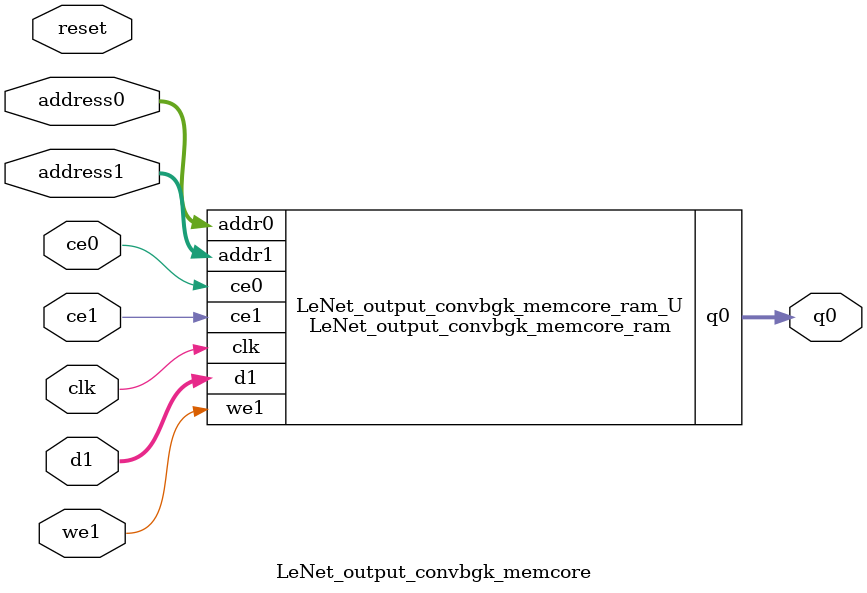
<source format=v>
`timescale 1 ns / 1 ps
module LeNet_output_convbgk_memcore_ram (addr0, ce0, q0, addr1, ce1, d1, we1,  clk);

parameter DWIDTH = 32;
parameter AWIDTH = 5;
parameter MEM_SIZE = 20;

input[AWIDTH-1:0] addr0;
input ce0;
output reg[DWIDTH-1:0] q0;
input[AWIDTH-1:0] addr1;
input ce1;
input[DWIDTH-1:0] d1;
input we1;
input clk;

(* ram_style = "distributed" *)reg [DWIDTH-1:0] ram[0:MEM_SIZE-1];




always @(posedge clk)  
begin 
    if (ce0) 
    begin
        q0 <= ram[addr0];
    end
end


always @(posedge clk)  
begin 
    if (ce1) 
    begin
        if (we1) 
        begin 
            ram[addr1] <= d1; 
        end 
    end
end


endmodule

`timescale 1 ns / 1 ps
module LeNet_output_convbgk_memcore(
    reset,
    clk,
    address0,
    ce0,
    q0,
    address1,
    ce1,
    we1,
    d1);

parameter DataWidth = 32'd32;
parameter AddressRange = 32'd20;
parameter AddressWidth = 32'd5;
input reset;
input clk;
input[AddressWidth - 1:0] address0;
input ce0;
output[DataWidth - 1:0] q0;
input[AddressWidth - 1:0] address1;
input ce1;
input we1;
input[DataWidth - 1:0] d1;



LeNet_output_convbgk_memcore_ram LeNet_output_convbgk_memcore_ram_U(
    .clk( clk ),
    .addr0( address0 ),
    .ce0( ce0 ),
    .q0( q0 ),
    .addr1( address1 ),
    .ce1( ce1 ),
    .we1( we1 ),
    .d1( d1 ));

endmodule


</source>
